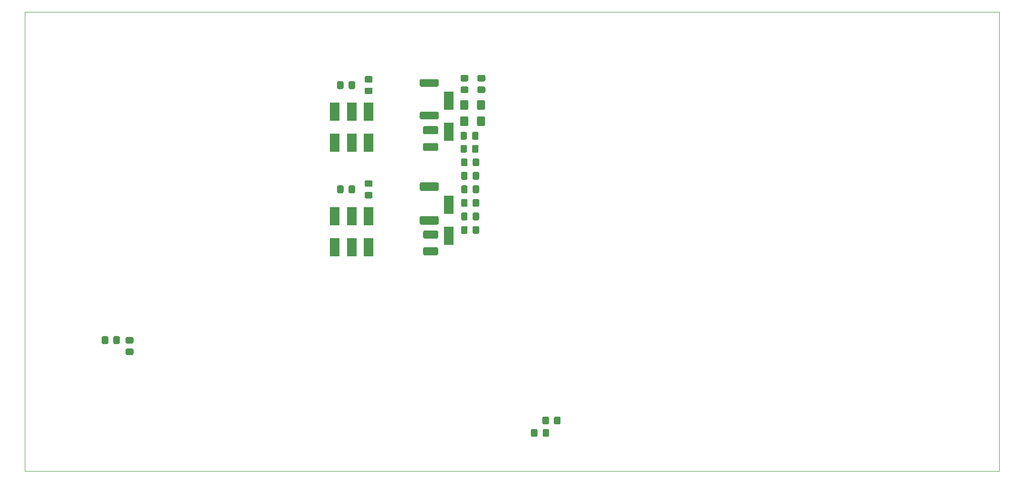
<source format=gbr>
%TF.GenerationSoftware,KiCad,Pcbnew,5.1.9+dfsg1-1+deb11u1*%
%TF.CreationDate,2022-10-24T18:32:44+00:00*%
%TF.ProjectId,MCB19,4d434231-392e-46b6-9963-61645f706362,rev?*%
%TF.SameCoordinates,Original*%
%TF.FileFunction,Paste,Top*%
%TF.FilePolarity,Positive*%
%FSLAX45Y45*%
G04 Gerber Fmt 4.5, Leading zero omitted, Abs format (unit mm)*
G04 Created by KiCad (PCBNEW 5.1.9+dfsg1-1+deb11u1) date 2022-10-24 18:32:44*
%MOMM*%
%LPD*%
G01*
G04 APERTURE LIST*
%TA.AperFunction,Profile*%
%ADD10C,0.100000*%
%TD*%
%ADD11R,1.700000X3.300000*%
G04 APERTURE END LIST*
D10*
X22285000Y-5050000D02*
X5000000Y-5050000D01*
X22285000Y-13200000D02*
X22285000Y-5050000D01*
X5000000Y-13200000D02*
X22285000Y-13200000D01*
X5000000Y-5050000D02*
X5000000Y-13200000D01*
G36*
G01*
X12945000Y-8965000D02*
X12945000Y-8875000D01*
G75*
G02*
X12970000Y-8850000I25000J0D01*
G01*
X13035000Y-8850000D01*
G75*
G02*
X13060000Y-8875000I0J-25000D01*
G01*
X13060000Y-8965000D01*
G75*
G02*
X13035000Y-8990000I-25000J0D01*
G01*
X12970000Y-8990000D01*
G75*
G02*
X12945000Y-8965000I0J25000D01*
G01*
G37*
G36*
G01*
X12740000Y-8965000D02*
X12740000Y-8875000D01*
G75*
G02*
X12765000Y-8850000I25000J0D01*
G01*
X12830000Y-8850000D01*
G75*
G02*
X12855000Y-8875000I0J-25000D01*
G01*
X12855000Y-8965000D01*
G75*
G02*
X12830000Y-8990000I-25000J0D01*
G01*
X12765000Y-8990000D01*
G75*
G02*
X12740000Y-8965000I0J25000D01*
G01*
G37*
G36*
G01*
X12945000Y-8725000D02*
X12945000Y-8635000D01*
G75*
G02*
X12970000Y-8610000I25000J0D01*
G01*
X13035000Y-8610000D01*
G75*
G02*
X13060000Y-8635000I0J-25000D01*
G01*
X13060000Y-8725000D01*
G75*
G02*
X13035000Y-8750000I-25000J0D01*
G01*
X12970000Y-8750000D01*
G75*
G02*
X12945000Y-8725000I0J25000D01*
G01*
G37*
G36*
G01*
X12740000Y-8725000D02*
X12740000Y-8635000D01*
G75*
G02*
X12765000Y-8610000I25000J0D01*
G01*
X12830000Y-8610000D01*
G75*
G02*
X12855000Y-8635000I0J-25000D01*
G01*
X12855000Y-8725000D01*
G75*
G02*
X12830000Y-8750000I-25000J0D01*
G01*
X12765000Y-8750000D01*
G75*
G02*
X12740000Y-8725000I0J25000D01*
G01*
G37*
G36*
G01*
X12945000Y-7765000D02*
X12945000Y-7675000D01*
G75*
G02*
X12970000Y-7650000I25000J0D01*
G01*
X13035000Y-7650000D01*
G75*
G02*
X13060000Y-7675000I0J-25000D01*
G01*
X13060000Y-7765000D01*
G75*
G02*
X13035000Y-7790000I-25000J0D01*
G01*
X12970000Y-7790000D01*
G75*
G02*
X12945000Y-7765000I0J25000D01*
G01*
G37*
G36*
G01*
X12740000Y-7765000D02*
X12740000Y-7675000D01*
G75*
G02*
X12765000Y-7650000I25000J0D01*
G01*
X12830000Y-7650000D01*
G75*
G02*
X12855000Y-7675000I0J-25000D01*
G01*
X12855000Y-7765000D01*
G75*
G02*
X12830000Y-7790000I-25000J0D01*
G01*
X12765000Y-7790000D01*
G75*
G02*
X12740000Y-7765000I0J25000D01*
G01*
G37*
G36*
G01*
X12945000Y-8005000D02*
X12945000Y-7915000D01*
G75*
G02*
X12970000Y-7890000I25000J0D01*
G01*
X13035000Y-7890000D01*
G75*
G02*
X13060000Y-7915000I0J-25000D01*
G01*
X13060000Y-8005000D01*
G75*
G02*
X13035000Y-8030000I-25000J0D01*
G01*
X12970000Y-8030000D01*
G75*
G02*
X12945000Y-8005000I0J25000D01*
G01*
G37*
G36*
G01*
X12740000Y-8005000D02*
X12740000Y-7915000D01*
G75*
G02*
X12765000Y-7890000I25000J0D01*
G01*
X12830000Y-7890000D01*
G75*
G02*
X12855000Y-7915000I0J-25000D01*
G01*
X12855000Y-8005000D01*
G75*
G02*
X12830000Y-8030000I-25000J0D01*
G01*
X12765000Y-8030000D01*
G75*
G02*
X12740000Y-8005000I0J25000D01*
G01*
G37*
G36*
G01*
X6905000Y-10935000D02*
X6815000Y-10935000D01*
G75*
G02*
X6790000Y-10910000I0J25000D01*
G01*
X6790000Y-10845000D01*
G75*
G02*
X6815000Y-10820000I25000J0D01*
G01*
X6905000Y-10820000D01*
G75*
G02*
X6930000Y-10845000I0J-25000D01*
G01*
X6930000Y-10910000D01*
G75*
G02*
X6905000Y-10935000I-25000J0D01*
G01*
G37*
G36*
G01*
X6905000Y-11140000D02*
X6815000Y-11140000D01*
G75*
G02*
X6790000Y-11115000I0J25000D01*
G01*
X6790000Y-11050000D01*
G75*
G02*
X6815000Y-11025000I25000J0D01*
G01*
X6905000Y-11025000D01*
G75*
G02*
X6930000Y-11050000I0J-25000D01*
G01*
X6930000Y-11115000D01*
G75*
G02*
X6905000Y-11140000I-25000J0D01*
G01*
G37*
G36*
G01*
X12317500Y-8825000D02*
X12032500Y-8825000D01*
G75*
G02*
X12007500Y-8800000I0J25000D01*
G01*
X12007500Y-8697500D01*
G75*
G02*
X12032500Y-8672500I25000J0D01*
G01*
X12317500Y-8672500D01*
G75*
G02*
X12342500Y-8697500I0J-25000D01*
G01*
X12342500Y-8800000D01*
G75*
G02*
X12317500Y-8825000I-25000J0D01*
G01*
G37*
G36*
G01*
X12317500Y-8227500D02*
X12032500Y-8227500D01*
G75*
G02*
X12007500Y-8202500I0J25000D01*
G01*
X12007500Y-8100000D01*
G75*
G02*
X12032500Y-8075000I25000J0D01*
G01*
X12317500Y-8075000D01*
G75*
G02*
X12342500Y-8100000I0J-25000D01*
G01*
X12342500Y-8202500D01*
G75*
G02*
X12317500Y-8227500I-25000J0D01*
G01*
G37*
G36*
G01*
X14297500Y-12255000D02*
X14297500Y-12345000D01*
G75*
G02*
X14272500Y-12370000I-25000J0D01*
G01*
X14207500Y-12370000D01*
G75*
G02*
X14182500Y-12345000I0J25000D01*
G01*
X14182500Y-12255000D01*
G75*
G02*
X14207500Y-12230000I25000J0D01*
G01*
X14272500Y-12230000D01*
G75*
G02*
X14297500Y-12255000I0J-25000D01*
G01*
G37*
G36*
G01*
X14502500Y-12255000D02*
X14502500Y-12345000D01*
G75*
G02*
X14477500Y-12370000I-25000J0D01*
G01*
X14412500Y-12370000D01*
G75*
G02*
X14387500Y-12345000I0J25000D01*
G01*
X14387500Y-12255000D01*
G75*
G02*
X14412500Y-12230000I25000J0D01*
G01*
X14477500Y-12230000D01*
G75*
G02*
X14502500Y-12255000I0J-25000D01*
G01*
G37*
G36*
G01*
X12317500Y-6377500D02*
X12032500Y-6377500D01*
G75*
G02*
X12007500Y-6352500I0J25000D01*
G01*
X12007500Y-6267500D01*
G75*
G02*
X12032500Y-6242500I25000J0D01*
G01*
X12317500Y-6242500D01*
G75*
G02*
X12342500Y-6267500I0J-25000D01*
G01*
X12342500Y-6352500D01*
G75*
G02*
X12317500Y-6377500I-25000J0D01*
G01*
G37*
G36*
G01*
X12317500Y-6957500D02*
X12032500Y-6957500D01*
G75*
G02*
X12007500Y-6932500I0J25000D01*
G01*
X12007500Y-6847500D01*
G75*
G02*
X12032500Y-6822500I25000J0D01*
G01*
X12317500Y-6822500D01*
G75*
G02*
X12342500Y-6847500I0J-25000D01*
G01*
X12342500Y-6932500D01*
G75*
G02*
X12317500Y-6957500I-25000J0D01*
G01*
G37*
G36*
G01*
X6572500Y-10920000D02*
X6572500Y-10830000D01*
G75*
G02*
X6597500Y-10805000I25000J0D01*
G01*
X6662500Y-10805000D01*
G75*
G02*
X6687500Y-10830000I0J-25000D01*
G01*
X6687500Y-10920000D01*
G75*
G02*
X6662500Y-10945000I-25000J0D01*
G01*
X6597500Y-10945000D01*
G75*
G02*
X6572500Y-10920000I0J25000D01*
G01*
G37*
G36*
G01*
X6367500Y-10920000D02*
X6367500Y-10830000D01*
G75*
G02*
X6392500Y-10805000I25000J0D01*
G01*
X6457500Y-10805000D01*
G75*
G02*
X6482500Y-10830000I0J-25000D01*
G01*
X6482500Y-10920000D01*
G75*
G02*
X6457500Y-10945000I-25000J0D01*
G01*
X6392500Y-10945000D01*
G75*
G02*
X6367500Y-10920000I0J25000D01*
G01*
G37*
G36*
G01*
X14185000Y-12565000D02*
X14185000Y-12475000D01*
G75*
G02*
X14210000Y-12450000I25000J0D01*
G01*
X14275000Y-12450000D01*
G75*
G02*
X14300000Y-12475000I0J-25000D01*
G01*
X14300000Y-12565000D01*
G75*
G02*
X14275000Y-12590000I-25000J0D01*
G01*
X14210000Y-12590000D01*
G75*
G02*
X14185000Y-12565000I0J25000D01*
G01*
G37*
G36*
G01*
X13980000Y-12565000D02*
X13980000Y-12475000D01*
G75*
G02*
X14005000Y-12450000I25000J0D01*
G01*
X14070000Y-12450000D01*
G75*
G02*
X14095000Y-12475000I0J-25000D01*
G01*
X14095000Y-12565000D01*
G75*
G02*
X14070000Y-12590000I-25000J0D01*
G01*
X14005000Y-12590000D01*
G75*
G02*
X13980000Y-12565000I0J25000D01*
G01*
G37*
G36*
G01*
X12945000Y-8485000D02*
X12945000Y-8395000D01*
G75*
G02*
X12970000Y-8370000I25000J0D01*
G01*
X13035000Y-8370000D01*
G75*
G02*
X13060000Y-8395000I0J-25000D01*
G01*
X13060000Y-8485000D01*
G75*
G02*
X13035000Y-8510000I-25000J0D01*
G01*
X12970000Y-8510000D01*
G75*
G02*
X12945000Y-8485000I0J25000D01*
G01*
G37*
G36*
G01*
X12740000Y-8485000D02*
X12740000Y-8395000D01*
G75*
G02*
X12765000Y-8370000I25000J0D01*
G01*
X12830000Y-8370000D01*
G75*
G02*
X12855000Y-8395000I0J-25000D01*
G01*
X12855000Y-8485000D01*
G75*
G02*
X12830000Y-8510000I-25000J0D01*
G01*
X12765000Y-8510000D01*
G75*
G02*
X12740000Y-8485000I0J25000D01*
G01*
G37*
G36*
G01*
X12945000Y-8245000D02*
X12945000Y-8155000D01*
G75*
G02*
X12970000Y-8130000I25000J0D01*
G01*
X13035000Y-8130000D01*
G75*
G02*
X13060000Y-8155000I0J-25000D01*
G01*
X13060000Y-8245000D01*
G75*
G02*
X13035000Y-8270000I-25000J0D01*
G01*
X12970000Y-8270000D01*
G75*
G02*
X12945000Y-8245000I0J25000D01*
G01*
G37*
G36*
G01*
X12740000Y-8245000D02*
X12740000Y-8155000D01*
G75*
G02*
X12765000Y-8130000I25000J0D01*
G01*
X12830000Y-8130000D01*
G75*
G02*
X12855000Y-8155000I0J-25000D01*
G01*
X12855000Y-8245000D01*
G75*
G02*
X12830000Y-8270000I-25000J0D01*
G01*
X12765000Y-8270000D01*
G75*
G02*
X12740000Y-8245000I0J25000D01*
G01*
G37*
G36*
G01*
X13145000Y-6285000D02*
X13055000Y-6285000D01*
G75*
G02*
X13030000Y-6260000I0J25000D01*
G01*
X13030000Y-6195000D01*
G75*
G02*
X13055000Y-6170000I25000J0D01*
G01*
X13145000Y-6170000D01*
G75*
G02*
X13170000Y-6195000I0J-25000D01*
G01*
X13170000Y-6260000D01*
G75*
G02*
X13145000Y-6285000I-25000J0D01*
G01*
G37*
G36*
G01*
X13145000Y-6490000D02*
X13055000Y-6490000D01*
G75*
G02*
X13030000Y-6465000I0J25000D01*
G01*
X13030000Y-6400000D01*
G75*
G02*
X13055000Y-6375000I25000J0D01*
G01*
X13145000Y-6375000D01*
G75*
G02*
X13170000Y-6400000I0J-25000D01*
G01*
X13170000Y-6465000D01*
G75*
G02*
X13145000Y-6490000I-25000J0D01*
G01*
G37*
G36*
G01*
X12755000Y-6170000D02*
X12845000Y-6170000D01*
G75*
G02*
X12870000Y-6195000I0J-25000D01*
G01*
X12870000Y-6260000D01*
G75*
G02*
X12845000Y-6285000I-25000J0D01*
G01*
X12755000Y-6285000D01*
G75*
G02*
X12730000Y-6260000I0J25000D01*
G01*
X12730000Y-6195000D01*
G75*
G02*
X12755000Y-6170000I25000J0D01*
G01*
G37*
G36*
G01*
X12755000Y-6375000D02*
X12845000Y-6375000D01*
G75*
G02*
X12870000Y-6400000I0J-25000D01*
G01*
X12870000Y-6465000D01*
G75*
G02*
X12845000Y-6490000I-25000J0D01*
G01*
X12755000Y-6490000D01*
G75*
G02*
X12730000Y-6465000I0J25000D01*
G01*
X12730000Y-6400000D01*
G75*
G02*
X12755000Y-6375000I25000J0D01*
G01*
G37*
G36*
G01*
X12934000Y-7525500D02*
X12934000Y-7435500D01*
G75*
G02*
X12959000Y-7410500I25000J0D01*
G01*
X13024000Y-7410500D01*
G75*
G02*
X13049000Y-7435500I0J-25000D01*
G01*
X13049000Y-7525500D01*
G75*
G02*
X13024000Y-7550500I-25000J0D01*
G01*
X12959000Y-7550500D01*
G75*
G02*
X12934000Y-7525500I0J25000D01*
G01*
G37*
G36*
G01*
X12729000Y-7525500D02*
X12729000Y-7435500D01*
G75*
G02*
X12754000Y-7410500I25000J0D01*
G01*
X12819000Y-7410500D01*
G75*
G02*
X12844000Y-7435500I0J-25000D01*
G01*
X12844000Y-7525500D01*
G75*
G02*
X12819000Y-7550500I-25000J0D01*
G01*
X12754000Y-7550500D01*
G75*
G02*
X12729000Y-7525500I0J25000D01*
G01*
G37*
G36*
G01*
X12934000Y-7296000D02*
X12934000Y-7206000D01*
G75*
G02*
X12959000Y-7181000I25000J0D01*
G01*
X13024000Y-7181000D01*
G75*
G02*
X13049000Y-7206000I0J-25000D01*
G01*
X13049000Y-7296000D01*
G75*
G02*
X13024000Y-7321000I-25000J0D01*
G01*
X12959000Y-7321000D01*
G75*
G02*
X12934000Y-7296000I0J25000D01*
G01*
G37*
G36*
G01*
X12729000Y-7296000D02*
X12729000Y-7206000D01*
G75*
G02*
X12754000Y-7181000I25000J0D01*
G01*
X12819000Y-7181000D01*
G75*
G02*
X12844000Y-7206000I0J-25000D01*
G01*
X12844000Y-7296000D01*
G75*
G02*
X12819000Y-7321000I-25000J0D01*
G01*
X12754000Y-7321000D01*
G75*
G02*
X12729000Y-7296000I0J25000D01*
G01*
G37*
G36*
G01*
X13021500Y-6766500D02*
X13021500Y-6641500D01*
G75*
G02*
X13046500Y-6616500I25000J0D01*
G01*
X13139000Y-6616500D01*
G75*
G02*
X13164000Y-6641500I0J-25000D01*
G01*
X13164000Y-6766500D01*
G75*
G02*
X13139000Y-6791500I-25000J0D01*
G01*
X13046500Y-6791500D01*
G75*
G02*
X13021500Y-6766500I0J25000D01*
G01*
G37*
G36*
G01*
X12724000Y-6766500D02*
X12724000Y-6641500D01*
G75*
G02*
X12749000Y-6616500I25000J0D01*
G01*
X12841500Y-6616500D01*
G75*
G02*
X12866500Y-6641500I0J-25000D01*
G01*
X12866500Y-6766500D01*
G75*
G02*
X12841500Y-6791500I-25000J0D01*
G01*
X12749000Y-6791500D01*
G75*
G02*
X12724000Y-6766500I0J25000D01*
G01*
G37*
G36*
G01*
X13021500Y-7053500D02*
X13021500Y-6928500D01*
G75*
G02*
X13046500Y-6903500I25000J0D01*
G01*
X13139000Y-6903500D01*
G75*
G02*
X13164000Y-6928500I0J-25000D01*
G01*
X13164000Y-7053500D01*
G75*
G02*
X13139000Y-7078500I-25000J0D01*
G01*
X13046500Y-7078500D01*
G75*
G02*
X13021500Y-7053500I0J25000D01*
G01*
G37*
G36*
G01*
X12724000Y-7053500D02*
X12724000Y-6928500D01*
G75*
G02*
X12749000Y-6903500I25000J0D01*
G01*
X12841500Y-6903500D01*
G75*
G02*
X12866500Y-6928500I0J-25000D01*
G01*
X12866500Y-7053500D01*
G75*
G02*
X12841500Y-7078500I-25000J0D01*
G01*
X12749000Y-7078500D01*
G75*
G02*
X12724000Y-7053500I0J25000D01*
G01*
G37*
G36*
G01*
X12317500Y-8227500D02*
X12032500Y-8227500D01*
G75*
G02*
X12007500Y-8202500I0J25000D01*
G01*
X12007500Y-8100000D01*
G75*
G02*
X12032500Y-8075000I25000J0D01*
G01*
X12317500Y-8075000D01*
G75*
G02*
X12342500Y-8100000I0J-25000D01*
G01*
X12342500Y-8202500D01*
G75*
G02*
X12317500Y-8227500I-25000J0D01*
G01*
G37*
G36*
G01*
X12317500Y-8825000D02*
X12032500Y-8825000D01*
G75*
G02*
X12007500Y-8800000I0J25000D01*
G01*
X12007500Y-8697500D01*
G75*
G02*
X12032500Y-8672500I25000J0D01*
G01*
X12317500Y-8672500D01*
G75*
G02*
X12342500Y-8697500I0J-25000D01*
G01*
X12342500Y-8800000D01*
G75*
G02*
X12317500Y-8825000I-25000J0D01*
G01*
G37*
G36*
G01*
X12317500Y-6377500D02*
X12032500Y-6377500D01*
G75*
G02*
X12007500Y-6352500I0J25000D01*
G01*
X12007500Y-6267500D01*
G75*
G02*
X12032500Y-6242500I25000J0D01*
G01*
X12317500Y-6242500D01*
G75*
G02*
X12342500Y-6267500I0J-25000D01*
G01*
X12342500Y-6352500D01*
G75*
G02*
X12317500Y-6377500I-25000J0D01*
G01*
G37*
G36*
G01*
X12317500Y-6957500D02*
X12032500Y-6957500D01*
G75*
G02*
X12007500Y-6932500I0J25000D01*
G01*
X12007500Y-6847500D01*
G75*
G02*
X12032500Y-6822500I25000J0D01*
G01*
X12317500Y-6822500D01*
G75*
G02*
X12342500Y-6847500I0J-25000D01*
G01*
X12342500Y-6932500D01*
G75*
G02*
X12317500Y-6957500I-25000J0D01*
G01*
G37*
G36*
G01*
X12092500Y-7377500D02*
X12307500Y-7377500D01*
G75*
G02*
X12332500Y-7402500I0J-25000D01*
G01*
X12332500Y-7495000D01*
G75*
G02*
X12307500Y-7520000I-25000J0D01*
G01*
X12092500Y-7520000D01*
G75*
G02*
X12067500Y-7495000I0J25000D01*
G01*
X12067500Y-7402500D01*
G75*
G02*
X12092500Y-7377500I25000J0D01*
G01*
G37*
G36*
G01*
X12092500Y-7080000D02*
X12307500Y-7080000D01*
G75*
G02*
X12332500Y-7105000I0J-25000D01*
G01*
X12332500Y-7197500D01*
G75*
G02*
X12307500Y-7222500I-25000J0D01*
G01*
X12092500Y-7222500D01*
G75*
G02*
X12067500Y-7197500I0J25000D01*
G01*
X12067500Y-7105000D01*
G75*
G02*
X12092500Y-7080000I25000J0D01*
G01*
G37*
G36*
G01*
X12092500Y-9227500D02*
X12307500Y-9227500D01*
G75*
G02*
X12332500Y-9252500I0J-25000D01*
G01*
X12332500Y-9345000D01*
G75*
G02*
X12307500Y-9370000I-25000J0D01*
G01*
X12092500Y-9370000D01*
G75*
G02*
X12067500Y-9345000I0J25000D01*
G01*
X12067500Y-9252500D01*
G75*
G02*
X12092500Y-9227500I25000J0D01*
G01*
G37*
G36*
G01*
X12092500Y-8930000D02*
X12307500Y-8930000D01*
G75*
G02*
X12332500Y-8955000I0J-25000D01*
G01*
X12332500Y-9047500D01*
G75*
G02*
X12307500Y-9072500I-25000J0D01*
G01*
X12092500Y-9072500D01*
G75*
G02*
X12067500Y-9047500I0J25000D01*
G01*
X12067500Y-8955000D01*
G75*
G02*
X12092500Y-8930000I25000J0D01*
G01*
G37*
D11*
X10500000Y-9225000D03*
X10500000Y-8675000D03*
G36*
G01*
X11145000Y-6305000D02*
X11055000Y-6305000D01*
G75*
G02*
X11030000Y-6280000I0J25000D01*
G01*
X11030000Y-6215000D01*
G75*
G02*
X11055000Y-6190000I25000J0D01*
G01*
X11145000Y-6190000D01*
G75*
G02*
X11170000Y-6215000I0J-25000D01*
G01*
X11170000Y-6280000D01*
G75*
G02*
X11145000Y-6305000I-25000J0D01*
G01*
G37*
G36*
G01*
X11145000Y-6510000D02*
X11055000Y-6510000D01*
G75*
G02*
X11030000Y-6485000I0J25000D01*
G01*
X11030000Y-6420000D01*
G75*
G02*
X11055000Y-6395000I25000J0D01*
G01*
X11145000Y-6395000D01*
G75*
G02*
X11170000Y-6420000I0J-25000D01*
G01*
X11170000Y-6485000D01*
G75*
G02*
X11145000Y-6510000I-25000J0D01*
G01*
G37*
G36*
G01*
X11145000Y-8155000D02*
X11055000Y-8155000D01*
G75*
G02*
X11030000Y-8130000I0J25000D01*
G01*
X11030000Y-8065000D01*
G75*
G02*
X11055000Y-8040000I25000J0D01*
G01*
X11145000Y-8040000D01*
G75*
G02*
X11170000Y-8065000I0J-25000D01*
G01*
X11170000Y-8130000D01*
G75*
G02*
X11145000Y-8155000I-25000J0D01*
G01*
G37*
G36*
G01*
X11145000Y-8360000D02*
X11055000Y-8360000D01*
G75*
G02*
X11030000Y-8335000I0J25000D01*
G01*
X11030000Y-8270000D01*
G75*
G02*
X11055000Y-8245000I25000J0D01*
G01*
X11145000Y-8245000D01*
G75*
G02*
X11170000Y-8270000I0J-25000D01*
G01*
X11170000Y-8335000D01*
G75*
G02*
X11145000Y-8360000I-25000J0D01*
G01*
G37*
G36*
G01*
X10655000Y-6305000D02*
X10655000Y-6395000D01*
G75*
G02*
X10630000Y-6420000I-25000J0D01*
G01*
X10565000Y-6420000D01*
G75*
G02*
X10540000Y-6395000I0J25000D01*
G01*
X10540000Y-6305000D01*
G75*
G02*
X10565000Y-6280000I25000J0D01*
G01*
X10630000Y-6280000D01*
G75*
G02*
X10655000Y-6305000I0J-25000D01*
G01*
G37*
G36*
G01*
X10860000Y-6305000D02*
X10860000Y-6395000D01*
G75*
G02*
X10835000Y-6420000I-25000J0D01*
G01*
X10770000Y-6420000D01*
G75*
G02*
X10745000Y-6395000I0J25000D01*
G01*
X10745000Y-6305000D01*
G75*
G02*
X10770000Y-6280000I25000J0D01*
G01*
X10835000Y-6280000D01*
G75*
G02*
X10860000Y-6305000I0J-25000D01*
G01*
G37*
G36*
G01*
X10655000Y-8155000D02*
X10655000Y-8245000D01*
G75*
G02*
X10630000Y-8270000I-25000J0D01*
G01*
X10565000Y-8270000D01*
G75*
G02*
X10540000Y-8245000I0J25000D01*
G01*
X10540000Y-8155000D01*
G75*
G02*
X10565000Y-8130000I25000J0D01*
G01*
X10630000Y-8130000D01*
G75*
G02*
X10655000Y-8155000I0J-25000D01*
G01*
G37*
G36*
G01*
X10860000Y-8155000D02*
X10860000Y-8245000D01*
G75*
G02*
X10835000Y-8270000I-25000J0D01*
G01*
X10770000Y-8270000D01*
G75*
G02*
X10745000Y-8245000I0J25000D01*
G01*
X10745000Y-8155000D01*
G75*
G02*
X10770000Y-8130000I25000J0D01*
G01*
X10835000Y-8130000D01*
G75*
G02*
X10860000Y-8155000I0J-25000D01*
G01*
G37*
X11100000Y-6825000D03*
X11100000Y-7375000D03*
X10800000Y-6825000D03*
X10800000Y-7375000D03*
X11100000Y-9225000D03*
X11100000Y-8675000D03*
X10800000Y-8675000D03*
X10800000Y-9225000D03*
X12525000Y-9025000D03*
X12525000Y-8475000D03*
X12525000Y-6625000D03*
X12525000Y-7175000D03*
X10500000Y-7375000D03*
X10500000Y-6825000D03*
M02*

</source>
